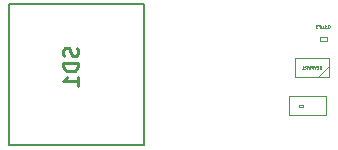
<source format=gbr>
G04 #@! TF.GenerationSoftware,KiCad,Pcbnew,(5.1.6)-1*
G04 #@! TF.CreationDate,2021-12-03T12:33:41+01:00*
G04 #@! TF.ProjectId,USBEMBEDED,55534245-4d42-4454-9445-442e6b696361,rev?*
G04 #@! TF.SameCoordinates,Original*
G04 #@! TF.FileFunction,Other,Fab,Bot*
%FSLAX46Y46*%
G04 Gerber Fmt 4.6, Leading zero omitted, Abs format (unit mm)*
G04 Created by KiCad (PCBNEW (5.1.6)-1) date 2021-12-03 12:33:41*
%MOMM*%
%LPD*%
G01*
G04 APERTURE LIST*
%ADD10C,0.200000*%
%ADD11C,0.100000*%
%ADD12C,0.254000*%
%ADD13C,0.062500*%
G04 APERTURE END LIST*
D10*
G04 #@! TO.C,SD1*
X145255000Y-93535000D02*
X145255000Y-105485000D01*
X145255000Y-105485000D02*
X156655000Y-105485000D01*
X156655000Y-105485000D02*
X156655000Y-93535000D01*
X156655000Y-93535000D02*
X145255000Y-93535000D01*
D11*
G04 #@! TO.C,C1*
X172110000Y-101330000D02*
X168910000Y-101330000D01*
X168910000Y-101330000D02*
X168910000Y-102930000D01*
X168910000Y-102930000D02*
X172110000Y-102930000D01*
X172110000Y-102930000D02*
X172110000Y-101330000D01*
G04 #@! TO.C,KEYPWR1*
X172320000Y-99720000D02*
X172320000Y-98120000D01*
X172320000Y-98120000D02*
X169420000Y-98120000D01*
X169420000Y-98120000D02*
X169420000Y-99720000D01*
X169420000Y-99720000D02*
X172320000Y-99720000D01*
X171370000Y-99720000D02*
X172320000Y-98770000D01*
G04 #@! TO.C,0.1uF5*
X172145000Y-96320000D02*
X171545000Y-96320000D01*
X171545000Y-96320000D02*
X171545000Y-96620000D01*
X171545000Y-96620000D02*
X172145000Y-96620000D01*
X172145000Y-96620000D02*
X172145000Y-96320000D01*
G04 #@! TD*
G04 #@! TO.C,SD1*
D12*
X151030047Y-97228380D02*
X151090523Y-97409809D01*
X151090523Y-97712190D01*
X151030047Y-97833142D01*
X150969571Y-97893619D01*
X150848619Y-97954095D01*
X150727666Y-97954095D01*
X150606714Y-97893619D01*
X150546238Y-97833142D01*
X150485761Y-97712190D01*
X150425285Y-97470285D01*
X150364809Y-97349333D01*
X150304333Y-97288857D01*
X150183380Y-97228380D01*
X150062428Y-97228380D01*
X149941476Y-97288857D01*
X149881000Y-97349333D01*
X149820523Y-97470285D01*
X149820523Y-97772666D01*
X149881000Y-97954095D01*
X151090523Y-98498380D02*
X149820523Y-98498380D01*
X149820523Y-98800761D01*
X149881000Y-98982190D01*
X150001952Y-99103142D01*
X150122904Y-99163619D01*
X150364809Y-99224095D01*
X150546238Y-99224095D01*
X150788142Y-99163619D01*
X150909095Y-99103142D01*
X151030047Y-98982190D01*
X151090523Y-98800761D01*
X151090523Y-98498380D01*
X151090523Y-100433619D02*
X151090523Y-99707904D01*
X151090523Y-100070761D02*
X149820523Y-100070761D01*
X150001952Y-99949809D01*
X150122904Y-99828857D01*
X150183380Y-99707904D01*
G04 #@! TO.C,C1*
D13*
X169991666Y-102264285D02*
X170003571Y-102276190D01*
X170039285Y-102288095D01*
X170063095Y-102288095D01*
X170098809Y-102276190D01*
X170122619Y-102252380D01*
X170134523Y-102228571D01*
X170146428Y-102180952D01*
X170146428Y-102145238D01*
X170134523Y-102097619D01*
X170122619Y-102073809D01*
X170098809Y-102050000D01*
X170063095Y-102038095D01*
X170039285Y-102038095D01*
X170003571Y-102050000D01*
X169991666Y-102061904D01*
X169753571Y-102288095D02*
X169896428Y-102288095D01*
X169825000Y-102288095D02*
X169825000Y-102038095D01*
X169848809Y-102073809D01*
X169872619Y-102097619D01*
X169896428Y-102109523D01*
G04 #@! TO.C,KEYPWR1*
X171667619Y-99033095D02*
X171667619Y-98783095D01*
X171524761Y-99033095D02*
X171631904Y-98890238D01*
X171524761Y-98783095D02*
X171667619Y-98925952D01*
X171417619Y-98902142D02*
X171334285Y-98902142D01*
X171298571Y-99033095D02*
X171417619Y-99033095D01*
X171417619Y-98783095D01*
X171298571Y-98783095D01*
X171143809Y-98914047D02*
X171143809Y-99033095D01*
X171227142Y-98783095D02*
X171143809Y-98914047D01*
X171060476Y-98783095D01*
X170977142Y-99033095D02*
X170977142Y-98783095D01*
X170881904Y-98783095D01*
X170858095Y-98795000D01*
X170846190Y-98806904D01*
X170834285Y-98830714D01*
X170834285Y-98866428D01*
X170846190Y-98890238D01*
X170858095Y-98902142D01*
X170881904Y-98914047D01*
X170977142Y-98914047D01*
X170750952Y-98783095D02*
X170691428Y-99033095D01*
X170643809Y-98854523D01*
X170596190Y-99033095D01*
X170536666Y-98783095D01*
X170298571Y-99033095D02*
X170381904Y-98914047D01*
X170441428Y-99033095D02*
X170441428Y-98783095D01*
X170346190Y-98783095D01*
X170322380Y-98795000D01*
X170310476Y-98806904D01*
X170298571Y-98830714D01*
X170298571Y-98866428D01*
X170310476Y-98890238D01*
X170322380Y-98902142D01*
X170346190Y-98914047D01*
X170441428Y-98914047D01*
X170060476Y-99033095D02*
X170203333Y-99033095D01*
X170131904Y-99033095D02*
X170131904Y-98783095D01*
X170155714Y-98818809D01*
X170179523Y-98842619D01*
X170203333Y-98854523D01*
G04 #@! TO.C,0.1uF5*
X172329761Y-95313095D02*
X172305952Y-95313095D01*
X172282142Y-95325000D01*
X172270238Y-95336904D01*
X172258333Y-95360714D01*
X172246428Y-95408333D01*
X172246428Y-95467857D01*
X172258333Y-95515476D01*
X172270238Y-95539285D01*
X172282142Y-95551190D01*
X172305952Y-95563095D01*
X172329761Y-95563095D01*
X172353571Y-95551190D01*
X172365476Y-95539285D01*
X172377380Y-95515476D01*
X172389285Y-95467857D01*
X172389285Y-95408333D01*
X172377380Y-95360714D01*
X172365476Y-95336904D01*
X172353571Y-95325000D01*
X172329761Y-95313095D01*
X172139285Y-95539285D02*
X172127380Y-95551190D01*
X172139285Y-95563095D01*
X172151190Y-95551190D01*
X172139285Y-95539285D01*
X172139285Y-95563095D01*
X171889285Y-95563095D02*
X172032142Y-95563095D01*
X171960714Y-95563095D02*
X171960714Y-95313095D01*
X171984523Y-95348809D01*
X172008333Y-95372619D01*
X172032142Y-95384523D01*
X171675000Y-95396428D02*
X171675000Y-95563095D01*
X171782142Y-95396428D02*
X171782142Y-95527380D01*
X171770238Y-95551190D01*
X171746428Y-95563095D01*
X171710714Y-95563095D01*
X171686904Y-95551190D01*
X171675000Y-95539285D01*
X171472619Y-95432142D02*
X171555952Y-95432142D01*
X171555952Y-95563095D02*
X171555952Y-95313095D01*
X171436904Y-95313095D01*
X171222619Y-95313095D02*
X171341666Y-95313095D01*
X171353571Y-95432142D01*
X171341666Y-95420238D01*
X171317857Y-95408333D01*
X171258333Y-95408333D01*
X171234523Y-95420238D01*
X171222619Y-95432142D01*
X171210714Y-95455952D01*
X171210714Y-95515476D01*
X171222619Y-95539285D01*
X171234523Y-95551190D01*
X171258333Y-95563095D01*
X171317857Y-95563095D01*
X171341666Y-95551190D01*
X171353571Y-95539285D01*
G04 #@! TD*
M02*

</source>
